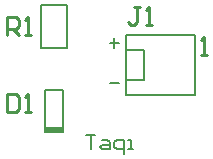
<source format=gto>
G04*
G04 #@! TF.GenerationSoftware,Altium Limited,Altium Designer,20.0.13 (296)*
G04*
G04 Layer_Color=65535*
%FSLAX25Y25*%
%MOIN*%
G70*
G01*
G75*
%ADD10C,0.00787*%
%ADD11C,0.01000*%
%ADD12R,0.06299X0.01575*%
D10*
X28740Y18110D02*
Y31890D01*
X22441D02*
X28740D01*
X22441Y18110D02*
Y31890D01*
Y18110D02*
X28740D01*
X72524Y30276D02*
Y50276D01*
X49524Y30276D02*
X72524D01*
X49524D02*
Y50276D01*
X72524D01*
X49524Y35276D02*
X54524D01*
X49524Y45276D02*
X55524D01*
Y35276D02*
Y45276D01*
X53524Y35276D02*
X55524D01*
X29921Y46063D02*
Y60236D01*
X21260D02*
X29921D01*
X21260Y46063D02*
X29921D01*
X21260D02*
Y60236D01*
X36220Y16927D02*
X39369D01*
X37795D01*
Y12204D01*
X41730Y15353D02*
X43305D01*
X44092Y14566D01*
Y12204D01*
X41730D01*
X40943Y12991D01*
X41730Y13779D01*
X44092D01*
X48815Y10630D02*
Y15353D01*
X46453D01*
X45666Y14566D01*
Y12991D01*
X46453Y12204D01*
X48815D01*
X50389D02*
X51963D01*
X51176D01*
Y15353D01*
X50389D01*
X44094Y34252D02*
X47243D01*
X44094Y47637D02*
X47243D01*
X45669Y49212D02*
Y46063D01*
D11*
X74524Y43776D02*
X76523D01*
X75523D01*
Y49774D01*
X74524Y48774D01*
X9781Y50151D02*
Y56149D01*
X12780D01*
X13780Y55149D01*
Y53150D01*
X12780Y52150D01*
X9781D01*
X11780D02*
X13780Y50151D01*
X15779D02*
X17778D01*
X16779D01*
Y56149D01*
X15779Y55149D01*
X54172Y59724D02*
X52173D01*
X53173D01*
Y54725D01*
X52173Y53726D01*
X51173D01*
X50174Y54725D01*
X56172Y53726D02*
X58171D01*
X57171D01*
Y59724D01*
X56172Y58724D01*
X9781Y30558D02*
Y24560D01*
X12780D01*
X13780Y25560D01*
Y29558D01*
X12780Y30558D01*
X9781D01*
X15779Y24560D02*
X17778D01*
X16779D01*
Y30558D01*
X15779Y29558D01*
D12*
X25590Y18898D02*
D03*
M02*

</source>
